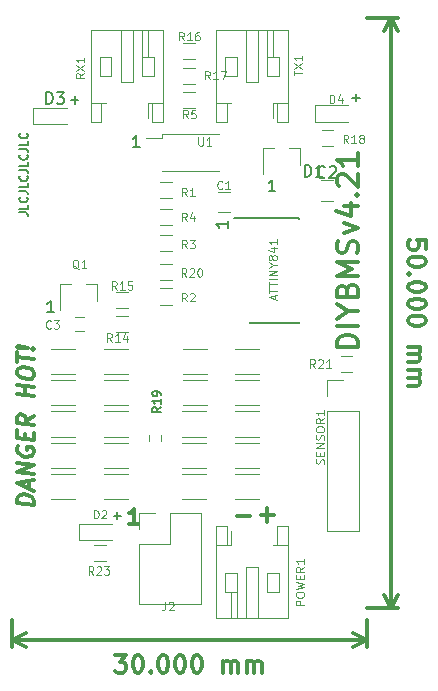
<source format=gbr>
G04 #@! TF.GenerationSoftware,KiCad,Pcbnew,(5.1.5)-3*
G04 #@! TF.CreationDate,2020-12-24T11:10:49+00:00*
G04 #@! TF.ProjectId,ModuleV421,4d6f6475-6c65-4563-9432-312e6b696361,rev?*
G04 #@! TF.SameCoordinates,Original*
G04 #@! TF.FileFunction,Legend,Top*
G04 #@! TF.FilePolarity,Positive*
%FSLAX46Y46*%
G04 Gerber Fmt 4.6, Leading zero omitted, Abs format (unit mm)*
G04 Created by KiCad (PCBNEW (5.1.5)-3) date 2020-12-24 11:10:49*
%MOMM*%
%LPD*%
G04 APERTURE LIST*
%ADD10C,0.200000*%
%ADD11C,0.170000*%
%ADD12C,0.300000*%
%ADD13C,0.380000*%
%ADD14C,0.120000*%
%ADD15C,0.150000*%
%ADD16C,0.100000*%
G04 APERTURE END LIST*
D10*
X110512838Y-89144742D02*
X111122361Y-89144742D01*
X110817600Y-89449504D02*
X110817600Y-88839980D01*
X130712838Y-53744742D02*
X131322361Y-53744742D01*
X131017600Y-54049504D02*
X131017600Y-53439980D01*
X106912838Y-53944742D02*
X107522361Y-53944742D01*
X107217600Y-54249504D02*
X107217600Y-53639980D01*
D11*
X102534266Y-63470933D02*
X103034266Y-63470933D01*
X103134266Y-63504266D01*
X103200933Y-63570933D01*
X103234266Y-63670933D01*
X103234266Y-63737600D01*
X103234266Y-62804266D02*
X103234266Y-63137600D01*
X102534266Y-63137600D01*
X103167600Y-62170933D02*
X103200933Y-62204266D01*
X103234266Y-62304266D01*
X103234266Y-62370933D01*
X103200933Y-62470933D01*
X103134266Y-62537600D01*
X103067600Y-62570933D01*
X102934266Y-62604266D01*
X102834266Y-62604266D01*
X102700933Y-62570933D01*
X102634266Y-62537600D01*
X102567600Y-62470933D01*
X102534266Y-62370933D01*
X102534266Y-62304266D01*
X102567600Y-62204266D01*
X102600933Y-62170933D01*
X102534266Y-61670933D02*
X103034266Y-61670933D01*
X103134266Y-61704266D01*
X103200933Y-61770933D01*
X103234266Y-61870933D01*
X103234266Y-61937600D01*
X103234266Y-61004266D02*
X103234266Y-61337600D01*
X102534266Y-61337600D01*
X103167600Y-60370933D02*
X103200933Y-60404266D01*
X103234266Y-60504266D01*
X103234266Y-60570933D01*
X103200933Y-60670933D01*
X103134266Y-60737600D01*
X103067600Y-60770933D01*
X102934266Y-60804266D01*
X102834266Y-60804266D01*
X102700933Y-60770933D01*
X102634266Y-60737600D01*
X102567600Y-60670933D01*
X102534266Y-60570933D01*
X102534266Y-60504266D01*
X102567600Y-60404266D01*
X102600933Y-60370933D01*
X102534266Y-59870933D02*
X103034266Y-59870933D01*
X103134266Y-59904266D01*
X103200933Y-59970933D01*
X103234266Y-60070933D01*
X103234266Y-60137600D01*
X103234266Y-59204266D02*
X103234266Y-59537600D01*
X102534266Y-59537600D01*
X103167600Y-58570933D02*
X103200933Y-58604266D01*
X103234266Y-58704266D01*
X103234266Y-58770933D01*
X103200933Y-58870933D01*
X103134266Y-58937600D01*
X103067600Y-58970933D01*
X102934266Y-59004266D01*
X102834266Y-59004266D01*
X102700933Y-58970933D01*
X102634266Y-58937600D01*
X102567600Y-58870933D01*
X102534266Y-58770933D01*
X102534266Y-58704266D01*
X102567600Y-58604266D01*
X102600933Y-58570933D01*
X102534266Y-58070933D02*
X103034266Y-58070933D01*
X103134266Y-58104266D01*
X103200933Y-58170933D01*
X103234266Y-58270933D01*
X103234266Y-58337600D01*
X103234266Y-57404266D02*
X103234266Y-57737600D01*
X102534266Y-57737600D01*
X103167600Y-56770933D02*
X103200933Y-56804266D01*
X103234266Y-56904266D01*
X103234266Y-56970933D01*
X103200933Y-57070933D01*
X103134266Y-57137600D01*
X103067600Y-57170933D01*
X102934266Y-57204266D01*
X102834266Y-57204266D01*
X102700933Y-57170933D01*
X102634266Y-57137600D01*
X102567600Y-57070933D01*
X102534266Y-56970933D01*
X102534266Y-56904266D01*
X102567600Y-56804266D01*
X102600933Y-56770933D01*
D10*
X105453314Y-71939980D02*
X104881885Y-71939980D01*
X105167600Y-71939980D02*
X105167600Y-70939980D01*
X105072361Y-71082838D01*
X104977123Y-71178076D01*
X104881885Y-71225695D01*
X124203314Y-61689980D02*
X123631885Y-61689980D01*
X123917600Y-61689980D02*
X123917600Y-60689980D01*
X123822361Y-60832838D01*
X123727123Y-60928076D01*
X123631885Y-60975695D01*
D12*
X122946171Y-89094742D02*
X124089028Y-89094742D01*
X123517600Y-89666171D02*
X123517600Y-88523314D01*
D10*
X112703314Y-57939980D02*
X112131885Y-57939980D01*
X112417600Y-57939980D02*
X112417600Y-56939980D01*
X112322361Y-57082838D01*
X112227123Y-57178076D01*
X112131885Y-57225695D01*
D12*
X103750933Y-88234891D02*
X102350933Y-88059891D01*
X102350933Y-87726558D01*
X102417600Y-87534891D01*
X102550933Y-87418225D01*
X102684266Y-87368225D01*
X102950933Y-87334891D01*
X103150933Y-87359891D01*
X103417600Y-87459891D01*
X103550933Y-87543225D01*
X103684266Y-87693225D01*
X103750933Y-87901558D01*
X103750933Y-88234891D01*
X103350933Y-86851558D02*
X103350933Y-86184891D01*
X103750933Y-87034891D02*
X102350933Y-86393225D01*
X103750933Y-86101558D01*
X103750933Y-85634891D02*
X102350933Y-85459891D01*
X103750933Y-84834891D01*
X102350933Y-84659891D01*
X102417600Y-83268225D02*
X102350933Y-83393225D01*
X102350933Y-83593225D01*
X102417600Y-83801558D01*
X102550933Y-83951558D01*
X102684266Y-84034891D01*
X102950933Y-84134891D01*
X103150933Y-84159891D01*
X103417600Y-84126558D01*
X103550933Y-84076558D01*
X103684266Y-83959891D01*
X103750933Y-83768225D01*
X103750933Y-83634891D01*
X103684266Y-83426558D01*
X103617600Y-83351558D01*
X103150933Y-83293225D01*
X103150933Y-83559891D01*
X103017600Y-82676558D02*
X103017600Y-82209891D01*
X103750933Y-82101558D02*
X103750933Y-82768225D01*
X102350933Y-82593225D01*
X102350933Y-81926558D01*
X103750933Y-80701558D02*
X103084266Y-81084891D01*
X103750933Y-81501558D02*
X102350933Y-81326558D01*
X102350933Y-80793225D01*
X102417600Y-80668225D01*
X102484266Y-80609891D01*
X102617600Y-80559891D01*
X102817600Y-80584891D01*
X102950933Y-80668225D01*
X103017600Y-80743225D01*
X103084266Y-80884891D01*
X103084266Y-81418225D01*
X103750933Y-79034891D02*
X102350933Y-78859891D01*
X103017600Y-78943225D02*
X103017600Y-78143225D01*
X103750933Y-78234891D02*
X102350933Y-78059891D01*
X102350933Y-77126558D02*
X102350933Y-76859891D01*
X102417600Y-76734891D01*
X102550933Y-76618225D01*
X102817600Y-76584891D01*
X103284266Y-76643225D01*
X103550933Y-76743225D01*
X103684266Y-76893225D01*
X103750933Y-77034891D01*
X103750933Y-77301558D01*
X103684266Y-77426558D01*
X103550933Y-77543225D01*
X103284266Y-77576558D01*
X102817600Y-77518225D01*
X102550933Y-77418225D01*
X102417600Y-77268225D01*
X102350933Y-77126558D01*
X102350933Y-76126558D02*
X102350933Y-75326558D01*
X103750933Y-75901558D02*
X102350933Y-75726558D01*
X103617600Y-75018225D02*
X103684266Y-74959891D01*
X103750933Y-75034891D01*
X103684266Y-75093225D01*
X103617600Y-75018225D01*
X103750933Y-75034891D01*
X103217600Y-74968225D02*
X102417600Y-74934891D01*
X102350933Y-74859891D01*
X102417600Y-74801558D01*
X103217600Y-74968225D01*
X102350933Y-74859891D01*
X112589028Y-89875695D02*
X111846171Y-89875695D01*
X112217600Y-89875695D02*
X112217600Y-88575695D01*
X112093790Y-88761409D01*
X111969980Y-88885219D01*
X111846171Y-88947123D01*
D13*
X131231885Y-74848885D02*
X129431885Y-74848885D01*
X129431885Y-74420314D01*
X129517600Y-74163171D01*
X129689028Y-73991742D01*
X129860457Y-73906028D01*
X130203314Y-73820314D01*
X130460457Y-73820314D01*
X130803314Y-73906028D01*
X130974742Y-73991742D01*
X131146171Y-74163171D01*
X131231885Y-74420314D01*
X131231885Y-74848885D01*
X131231885Y-73048885D02*
X129431885Y-73048885D01*
X130374742Y-71848885D02*
X131231885Y-71848885D01*
X129431885Y-72448885D02*
X130374742Y-71848885D01*
X129431885Y-71248885D01*
X130289028Y-70048885D02*
X130374742Y-69791742D01*
X130460457Y-69706028D01*
X130631885Y-69620314D01*
X130889028Y-69620314D01*
X131060457Y-69706028D01*
X131146171Y-69791742D01*
X131231885Y-69963171D01*
X131231885Y-70648885D01*
X129431885Y-70648885D01*
X129431885Y-70048885D01*
X129517600Y-69877457D01*
X129603314Y-69791742D01*
X129774742Y-69706028D01*
X129946171Y-69706028D01*
X130117600Y-69791742D01*
X130203314Y-69877457D01*
X130289028Y-70048885D01*
X130289028Y-70648885D01*
X131231885Y-68848885D02*
X129431885Y-68848885D01*
X130717600Y-68248885D01*
X129431885Y-67648885D01*
X131231885Y-67648885D01*
X131146171Y-66877457D02*
X131231885Y-66620314D01*
X131231885Y-66191742D01*
X131146171Y-66020314D01*
X131060457Y-65934600D01*
X130889028Y-65848885D01*
X130717600Y-65848885D01*
X130546171Y-65934600D01*
X130460457Y-66020314D01*
X130374742Y-66191742D01*
X130289028Y-66534599D01*
X130203314Y-66706028D01*
X130117600Y-66791742D01*
X129946171Y-66877457D01*
X129774742Y-66877457D01*
X129603314Y-66791742D01*
X129517600Y-66706028D01*
X129431885Y-66534599D01*
X129431885Y-66106028D01*
X129517600Y-65848885D01*
X130031885Y-65248885D02*
X131231885Y-64820314D01*
X130031885Y-64391742D01*
X130031885Y-62934600D02*
X131231885Y-62934600D01*
X129346171Y-63363171D02*
X130631885Y-63791742D01*
X130631885Y-62677457D01*
X131060457Y-61991742D02*
X131146171Y-61906028D01*
X131231885Y-61991742D01*
X131146171Y-62077457D01*
X131060457Y-61991742D01*
X131231885Y-61991742D01*
X129603314Y-61220314D02*
X129517600Y-61134600D01*
X129431885Y-60963171D01*
X129431885Y-60534600D01*
X129517600Y-60363171D01*
X129603314Y-60277457D01*
X129774742Y-60191742D01*
X129946171Y-60191742D01*
X130203314Y-60277457D01*
X131231885Y-61306028D01*
X131231885Y-60191742D01*
X131231885Y-58477457D02*
X131231885Y-59506028D01*
X131231885Y-58991742D02*
X129431885Y-58991742D01*
X129689028Y-59163171D01*
X129860457Y-59334600D01*
X129946171Y-59506028D01*
D10*
X120169980Y-64201885D02*
X120169980Y-64773314D01*
X120169980Y-64487600D02*
X119169980Y-64487600D01*
X119312838Y-64582838D01*
X119408076Y-64678076D01*
X119455695Y-64773314D01*
D12*
X122089028Y-89180457D02*
X120946171Y-89180457D01*
X110631885Y-100942571D02*
X111560457Y-100942571D01*
X111060457Y-101514000D01*
X111274742Y-101514000D01*
X111417600Y-101585428D01*
X111489028Y-101656857D01*
X111560457Y-101799714D01*
X111560457Y-102156857D01*
X111489028Y-102299714D01*
X111417600Y-102371142D01*
X111274742Y-102442571D01*
X110846171Y-102442571D01*
X110703314Y-102371142D01*
X110631885Y-102299714D01*
X112489028Y-100942571D02*
X112631885Y-100942571D01*
X112774742Y-101014000D01*
X112846171Y-101085428D01*
X112917600Y-101228285D01*
X112989028Y-101514000D01*
X112989028Y-101871142D01*
X112917600Y-102156857D01*
X112846171Y-102299714D01*
X112774742Y-102371142D01*
X112631885Y-102442571D01*
X112489028Y-102442571D01*
X112346171Y-102371142D01*
X112274742Y-102299714D01*
X112203314Y-102156857D01*
X112131885Y-101871142D01*
X112131885Y-101514000D01*
X112203314Y-101228285D01*
X112274742Y-101085428D01*
X112346171Y-101014000D01*
X112489028Y-100942571D01*
X113631885Y-102299714D02*
X113703314Y-102371142D01*
X113631885Y-102442571D01*
X113560457Y-102371142D01*
X113631885Y-102299714D01*
X113631885Y-102442571D01*
X114631885Y-100942571D02*
X114774742Y-100942571D01*
X114917600Y-101014000D01*
X114989028Y-101085428D01*
X115060457Y-101228285D01*
X115131885Y-101514000D01*
X115131885Y-101871142D01*
X115060457Y-102156857D01*
X114989028Y-102299714D01*
X114917600Y-102371142D01*
X114774742Y-102442571D01*
X114631885Y-102442571D01*
X114489028Y-102371142D01*
X114417600Y-102299714D01*
X114346171Y-102156857D01*
X114274742Y-101871142D01*
X114274742Y-101514000D01*
X114346171Y-101228285D01*
X114417600Y-101085428D01*
X114489028Y-101014000D01*
X114631885Y-100942571D01*
X116060457Y-100942571D02*
X116203314Y-100942571D01*
X116346171Y-101014000D01*
X116417600Y-101085428D01*
X116489028Y-101228285D01*
X116560457Y-101514000D01*
X116560457Y-101871142D01*
X116489028Y-102156857D01*
X116417600Y-102299714D01*
X116346171Y-102371142D01*
X116203314Y-102442571D01*
X116060457Y-102442571D01*
X115917600Y-102371142D01*
X115846171Y-102299714D01*
X115774742Y-102156857D01*
X115703314Y-101871142D01*
X115703314Y-101514000D01*
X115774742Y-101228285D01*
X115846171Y-101085428D01*
X115917600Y-101014000D01*
X116060457Y-100942571D01*
X117489028Y-100942571D02*
X117631885Y-100942571D01*
X117774742Y-101014000D01*
X117846171Y-101085428D01*
X117917600Y-101228285D01*
X117989028Y-101514000D01*
X117989028Y-101871142D01*
X117917600Y-102156857D01*
X117846171Y-102299714D01*
X117774742Y-102371142D01*
X117631885Y-102442571D01*
X117489028Y-102442571D01*
X117346171Y-102371142D01*
X117274742Y-102299714D01*
X117203314Y-102156857D01*
X117131885Y-101871142D01*
X117131885Y-101514000D01*
X117203314Y-101228285D01*
X117274742Y-101085428D01*
X117346171Y-101014000D01*
X117489028Y-100942571D01*
X119774742Y-102442571D02*
X119774742Y-101442571D01*
X119774742Y-101585428D02*
X119846171Y-101514000D01*
X119989028Y-101442571D01*
X120203314Y-101442571D01*
X120346171Y-101514000D01*
X120417600Y-101656857D01*
X120417600Y-102442571D01*
X120417600Y-101656857D02*
X120489028Y-101514000D01*
X120631885Y-101442571D01*
X120846171Y-101442571D01*
X120989028Y-101514000D01*
X121060457Y-101656857D01*
X121060457Y-102442571D01*
X121774742Y-102442571D02*
X121774742Y-101442571D01*
X121774742Y-101585428D02*
X121846171Y-101514000D01*
X121989028Y-101442571D01*
X122203314Y-101442571D01*
X122346171Y-101514000D01*
X122417600Y-101656857D01*
X122417600Y-102442571D01*
X122417600Y-101656857D02*
X122489028Y-101514000D01*
X122631885Y-101442571D01*
X122846171Y-101442571D01*
X122989028Y-101514000D01*
X123060457Y-101656857D01*
X123060457Y-102442571D01*
X101917600Y-99664000D02*
X131917600Y-99664000D01*
X101917600Y-97987600D02*
X101917600Y-100250421D01*
X131917600Y-97987600D02*
X131917600Y-100250421D01*
X131917600Y-99664000D02*
X130791096Y-100250421D01*
X131917600Y-99664000D02*
X130791096Y-99077579D01*
X101917600Y-99664000D02*
X103044104Y-100250421D01*
X101917600Y-99664000D02*
X103044104Y-99077579D01*
X136939028Y-66559028D02*
X136939028Y-65844742D01*
X136224742Y-65773314D01*
X136296171Y-65844742D01*
X136367600Y-65987600D01*
X136367600Y-66344742D01*
X136296171Y-66487600D01*
X136224742Y-66559028D01*
X136081885Y-66630457D01*
X135724742Y-66630457D01*
X135581885Y-66559028D01*
X135510457Y-66487600D01*
X135439028Y-66344742D01*
X135439028Y-65987600D01*
X135510457Y-65844742D01*
X135581885Y-65773314D01*
X136939028Y-67559028D02*
X136939028Y-67701885D01*
X136867600Y-67844742D01*
X136796171Y-67916171D01*
X136653314Y-67987600D01*
X136367600Y-68059028D01*
X136010457Y-68059028D01*
X135724742Y-67987600D01*
X135581885Y-67916171D01*
X135510457Y-67844742D01*
X135439028Y-67701885D01*
X135439028Y-67559028D01*
X135510457Y-67416171D01*
X135581885Y-67344742D01*
X135724742Y-67273314D01*
X136010457Y-67201885D01*
X136367600Y-67201885D01*
X136653314Y-67273314D01*
X136796171Y-67344742D01*
X136867600Y-67416171D01*
X136939028Y-67559028D01*
X135581885Y-68701885D02*
X135510457Y-68773314D01*
X135439028Y-68701885D01*
X135510457Y-68630457D01*
X135581885Y-68701885D01*
X135439028Y-68701885D01*
X136939028Y-69701885D02*
X136939028Y-69844742D01*
X136867600Y-69987600D01*
X136796171Y-70059028D01*
X136653314Y-70130457D01*
X136367600Y-70201885D01*
X136010457Y-70201885D01*
X135724742Y-70130457D01*
X135581885Y-70059028D01*
X135510457Y-69987600D01*
X135439028Y-69844742D01*
X135439028Y-69701885D01*
X135510457Y-69559028D01*
X135581885Y-69487600D01*
X135724742Y-69416171D01*
X136010457Y-69344742D01*
X136367600Y-69344742D01*
X136653314Y-69416171D01*
X136796171Y-69487600D01*
X136867600Y-69559028D01*
X136939028Y-69701885D01*
X136939028Y-71130457D02*
X136939028Y-71273314D01*
X136867600Y-71416171D01*
X136796171Y-71487600D01*
X136653314Y-71559028D01*
X136367600Y-71630457D01*
X136010457Y-71630457D01*
X135724742Y-71559028D01*
X135581885Y-71487600D01*
X135510457Y-71416171D01*
X135439028Y-71273314D01*
X135439028Y-71130457D01*
X135510457Y-70987600D01*
X135581885Y-70916171D01*
X135724742Y-70844742D01*
X136010457Y-70773314D01*
X136367600Y-70773314D01*
X136653314Y-70844742D01*
X136796171Y-70916171D01*
X136867600Y-70987600D01*
X136939028Y-71130457D01*
X136939028Y-72559028D02*
X136939028Y-72701885D01*
X136867600Y-72844742D01*
X136796171Y-72916171D01*
X136653314Y-72987600D01*
X136367600Y-73059028D01*
X136010457Y-73059028D01*
X135724742Y-72987600D01*
X135581885Y-72916171D01*
X135510457Y-72844742D01*
X135439028Y-72701885D01*
X135439028Y-72559028D01*
X135510457Y-72416171D01*
X135581885Y-72344742D01*
X135724742Y-72273314D01*
X136010457Y-72201885D01*
X136367600Y-72201885D01*
X136653314Y-72273314D01*
X136796171Y-72344742D01*
X136867600Y-72416171D01*
X136939028Y-72559028D01*
X135439028Y-74844742D02*
X136439028Y-74844742D01*
X136296171Y-74844742D02*
X136367600Y-74916171D01*
X136439028Y-75059028D01*
X136439028Y-75273314D01*
X136367600Y-75416171D01*
X136224742Y-75487600D01*
X135439028Y-75487600D01*
X136224742Y-75487600D02*
X136367600Y-75559028D01*
X136439028Y-75701885D01*
X136439028Y-75916171D01*
X136367600Y-76059028D01*
X136224742Y-76130457D01*
X135439028Y-76130457D01*
X135439028Y-76844742D02*
X136439028Y-76844742D01*
X136296171Y-76844742D02*
X136367600Y-76916171D01*
X136439028Y-77059028D01*
X136439028Y-77273314D01*
X136367600Y-77416171D01*
X136224742Y-77487600D01*
X135439028Y-77487600D01*
X136224742Y-77487600D02*
X136367600Y-77559028D01*
X136439028Y-77701885D01*
X136439028Y-77916171D01*
X136367600Y-78059028D01*
X136224742Y-78130457D01*
X135439028Y-78130457D01*
X134017600Y-46987600D02*
X134017600Y-96987600D01*
X131917600Y-46987600D02*
X134604021Y-46987600D01*
X131917600Y-96987600D02*
X134604021Y-96987600D01*
X134017600Y-96987600D02*
X133431179Y-95861096D01*
X134017600Y-96987600D02*
X134604021Y-95861096D01*
X134017600Y-46987600D02*
X133431179Y-48114104D01*
X134017600Y-46987600D02*
X134604021Y-48114104D01*
D14*
X129072360Y-60759720D02*
X128072360Y-60759720D01*
X128072360Y-62459720D02*
X129072360Y-62459720D01*
X113487600Y-82337600D02*
X113487600Y-82837600D01*
X114547600Y-82837600D02*
X114547600Y-82337600D01*
X126297600Y-58027600D02*
X125367600Y-58027600D01*
X123137600Y-58027600D02*
X124067600Y-58027600D01*
X123137600Y-58027600D02*
X123137600Y-60187600D01*
X126297600Y-58027600D02*
X126297600Y-59487600D01*
X105217600Y-75017600D02*
X107217600Y-75017600D01*
X107217600Y-77157600D02*
X105217600Y-77157600D01*
X109717600Y-75017600D02*
X111717600Y-75017600D01*
X111717600Y-77157600D02*
X109717600Y-77157600D01*
X116417600Y-75017600D02*
X118417600Y-75017600D01*
X118417600Y-77157600D02*
X116417600Y-77157600D01*
X120817600Y-75017600D02*
X122817600Y-75017600D01*
X122817600Y-77157600D02*
X120817600Y-77157600D01*
X105217600Y-82967600D02*
X107217600Y-82967600D01*
X107217600Y-85107600D02*
X105217600Y-85107600D01*
X105217600Y-85617600D02*
X107217600Y-85617600D01*
X107217600Y-87757600D02*
X105217600Y-87757600D01*
X109717600Y-82967600D02*
X111717600Y-82967600D01*
X111717600Y-85107600D02*
X109717600Y-85107600D01*
X109717600Y-85617600D02*
X111717600Y-85617600D01*
X111717600Y-87757600D02*
X109717600Y-87757600D01*
X116317600Y-82967600D02*
X118317600Y-82967600D01*
X118317600Y-85107600D02*
X116317600Y-85107600D01*
X116317600Y-85617600D02*
X118317600Y-85617600D01*
X118317600Y-87757600D02*
X116317600Y-87757600D01*
X120817600Y-82967600D02*
X122817600Y-82967600D01*
X122817600Y-85107600D02*
X120817600Y-85107600D01*
X120817600Y-85617600D02*
X122817600Y-85617600D01*
X122817600Y-87757600D02*
X120817600Y-87757600D01*
X105217600Y-77667600D02*
X107217600Y-77667600D01*
X107217600Y-79807600D02*
X105217600Y-79807600D01*
X105217600Y-80317600D02*
X107217600Y-80317600D01*
X107217600Y-82457600D02*
X105217600Y-82457600D01*
X109717600Y-77667600D02*
X111717600Y-77667600D01*
X111717600Y-79807600D02*
X109717600Y-79807600D01*
X109717600Y-80317600D02*
X111717600Y-80317600D01*
X111717600Y-82457600D02*
X109717600Y-82457600D01*
X116417600Y-77667600D02*
X118417600Y-77667600D01*
X118417600Y-79807600D02*
X116417600Y-79807600D01*
X116317600Y-80317600D02*
X118317600Y-80317600D01*
X118317600Y-82457600D02*
X116317600Y-82457600D01*
X120817600Y-77667600D02*
X122817600Y-77667600D01*
X122817600Y-79807600D02*
X120817600Y-79807600D01*
X120817600Y-80317600D02*
X122817600Y-80317600D01*
X122817600Y-82457600D02*
X120817600Y-82457600D01*
X107542600Y-89812600D02*
X107542600Y-91212600D01*
X107542600Y-91212600D02*
X110342600Y-91212600D01*
X107542600Y-89812600D02*
X110342600Y-89812600D01*
X120317600Y-61737600D02*
X119317600Y-61737600D01*
X119317600Y-63437600D02*
X120317600Y-63437600D01*
X103717600Y-54587600D02*
X103717600Y-55987600D01*
X103717600Y-55987600D02*
X106517600Y-55987600D01*
X103717600Y-54587600D02*
X106517600Y-54587600D01*
X114617600Y-56797600D02*
X114617600Y-57197600D01*
X114617600Y-57197600D02*
X113217600Y-57197600D01*
X114617600Y-56797600D02*
X119417600Y-56797600D01*
X114617600Y-59997600D02*
X119417600Y-59997600D01*
X127517600Y-54387600D02*
X127517600Y-55787600D01*
X127517600Y-55787600D02*
X130317600Y-55787600D01*
X127517600Y-54387600D02*
X130317600Y-54387600D01*
X122717600Y-48037600D02*
X122717600Y-52387600D01*
X122717600Y-52387600D02*
X121717600Y-52387600D01*
X121717600Y-52387600D02*
X121717600Y-48037600D01*
X124017600Y-54237600D02*
X124367600Y-54237600D01*
X124367600Y-54237600D02*
X124367600Y-55837600D01*
X124367600Y-55837600D02*
X125267600Y-55837600D01*
X125267600Y-55837600D02*
X125267600Y-48037600D01*
X125267600Y-48037600D02*
X119167600Y-48037600D01*
X119167600Y-48037600D02*
X119167600Y-55837600D01*
X119167600Y-55837600D02*
X120067600Y-55837600D01*
X120067600Y-55837600D02*
X120067600Y-54237600D01*
X120067600Y-54237600D02*
X120417600Y-54237600D01*
X125267600Y-54237600D02*
X124367600Y-54237600D01*
X119167600Y-54237600D02*
X120067600Y-54237600D01*
X124517600Y-51887600D02*
X124517600Y-50287600D01*
X124517600Y-50287600D02*
X123517600Y-50287600D01*
X123517600Y-50287600D02*
X123517600Y-51887600D01*
X123517600Y-51887600D02*
X124517600Y-51887600D01*
X119917600Y-51887600D02*
X119917600Y-50287600D01*
X119917600Y-50287600D02*
X120917600Y-50287600D01*
X120917600Y-50287600D02*
X120917600Y-51887600D01*
X120917600Y-51887600D02*
X119917600Y-51887600D01*
X123517600Y-50287600D02*
X123517600Y-48037600D01*
X124017600Y-50287600D02*
X124017600Y-48037600D01*
X124017600Y-54237600D02*
X124017600Y-55437600D01*
X108842600Y-91632600D02*
X109842600Y-91632600D01*
X109842600Y-92992600D02*
X108842600Y-92992600D01*
X129717600Y-75607600D02*
X130717600Y-75607600D01*
X130717600Y-76967600D02*
X129717600Y-76967600D01*
X115417600Y-69167600D02*
X114417600Y-69167600D01*
X114417600Y-67807600D02*
X115417600Y-67807600D01*
X128117600Y-56507600D02*
X129117600Y-56507600D01*
X129117600Y-57867600D02*
X128117600Y-57867600D01*
X117417600Y-52567600D02*
X116417600Y-52567600D01*
X116417600Y-51207600D02*
X117417600Y-51207600D01*
X117417600Y-50467600D02*
X116417600Y-50467600D01*
X116417600Y-49107600D02*
X117417600Y-49107600D01*
X111717600Y-71567600D02*
X110717600Y-71567600D01*
X110717600Y-70207600D02*
X111717600Y-70207600D01*
X111717600Y-73567600D02*
X110717600Y-73567600D01*
X110717600Y-72207600D02*
X111717600Y-72207600D01*
X117417600Y-54667600D02*
X116417600Y-54667600D01*
X116417600Y-53307600D02*
X117417600Y-53307600D01*
X115417600Y-64517600D02*
X114417600Y-64517600D01*
X114417600Y-63157600D02*
X115417600Y-63157600D01*
X115417600Y-66767600D02*
X114417600Y-66767600D01*
X114417600Y-65407600D02*
X115417600Y-65407600D01*
X115417600Y-71267600D02*
X114417600Y-71267600D01*
X114417600Y-69907600D02*
X115417600Y-69907600D01*
X115417600Y-62267600D02*
X114417600Y-62267600D01*
X114417600Y-60907600D02*
X115417600Y-60907600D01*
X107967600Y-73487600D02*
X107267600Y-73487600D01*
X107267600Y-72287600D02*
X107967600Y-72287600D01*
X128587600Y-90477600D02*
X131247600Y-90477600D01*
X128587600Y-80257600D02*
X128587600Y-90477600D01*
X131247600Y-80257600D02*
X131247600Y-90477600D01*
X128587600Y-80257600D02*
X131247600Y-80257600D01*
X128587600Y-78987600D02*
X128587600Y-77657600D01*
X128587600Y-77657600D02*
X129917600Y-77657600D01*
X112687600Y-96647600D02*
X117887600Y-96647600D01*
X112687600Y-91507600D02*
X112687600Y-96647600D01*
X117887600Y-88907600D02*
X117887600Y-96647600D01*
X112687600Y-91507600D02*
X115287600Y-91507600D01*
X115287600Y-91507600D02*
X115287600Y-88907600D01*
X115287600Y-88907600D02*
X117887600Y-88907600D01*
X112687600Y-90237600D02*
X112687600Y-88907600D01*
X112687600Y-88907600D02*
X114017600Y-88907600D01*
X121717600Y-97837600D02*
X121717600Y-93487600D01*
X121717600Y-93487600D02*
X122717600Y-93487600D01*
X122717600Y-93487600D02*
X122717600Y-97837600D01*
X120417600Y-91637600D02*
X120067600Y-91637600D01*
X120067600Y-91637600D02*
X120067600Y-90037600D01*
X120067600Y-90037600D02*
X119167600Y-90037600D01*
X119167600Y-90037600D02*
X119167600Y-97837600D01*
X119167600Y-97837600D02*
X125267600Y-97837600D01*
X125267600Y-97837600D02*
X125267600Y-90037600D01*
X125267600Y-90037600D02*
X124367600Y-90037600D01*
X124367600Y-90037600D02*
X124367600Y-91637600D01*
X124367600Y-91637600D02*
X124017600Y-91637600D01*
X119167600Y-91637600D02*
X120067600Y-91637600D01*
X125267600Y-91637600D02*
X124367600Y-91637600D01*
X119917600Y-93987600D02*
X119917600Y-95587600D01*
X119917600Y-95587600D02*
X120917600Y-95587600D01*
X120917600Y-95587600D02*
X120917600Y-93987600D01*
X120917600Y-93987600D02*
X119917600Y-93987600D01*
X124517600Y-93987600D02*
X124517600Y-95587600D01*
X124517600Y-95587600D02*
X123517600Y-95587600D01*
X123517600Y-95587600D02*
X123517600Y-93987600D01*
X123517600Y-93987600D02*
X124517600Y-93987600D01*
X120917600Y-95587600D02*
X120917600Y-97837600D01*
X120417600Y-95587600D02*
X120417600Y-97837600D01*
X120417600Y-91637600D02*
X120417600Y-90437600D01*
D15*
X122042600Y-63937600D02*
X122042600Y-63962600D01*
X126192600Y-63937600D02*
X126192600Y-64052600D01*
X126192600Y-72837600D02*
X126192600Y-72722600D01*
X122042600Y-72837600D02*
X122042600Y-72722600D01*
X122042600Y-63937600D02*
X126192600Y-63937600D01*
X122042600Y-72837600D02*
X126192600Y-72837600D01*
X122042600Y-63962600D02*
X120667600Y-63962600D01*
D14*
X112117600Y-48037600D02*
X112117600Y-52387600D01*
X112117600Y-52387600D02*
X111117600Y-52387600D01*
X111117600Y-52387600D02*
X111117600Y-48037600D01*
X113417600Y-54237600D02*
X113767600Y-54237600D01*
X113767600Y-54237600D02*
X113767600Y-55837600D01*
X113767600Y-55837600D02*
X114667600Y-55837600D01*
X114667600Y-55837600D02*
X114667600Y-48037600D01*
X114667600Y-48037600D02*
X108567600Y-48037600D01*
X108567600Y-48037600D02*
X108567600Y-55837600D01*
X108567600Y-55837600D02*
X109467600Y-55837600D01*
X109467600Y-55837600D02*
X109467600Y-54237600D01*
X109467600Y-54237600D02*
X109817600Y-54237600D01*
X114667600Y-54237600D02*
X113767600Y-54237600D01*
X108567600Y-54237600D02*
X109467600Y-54237600D01*
X113917600Y-51887600D02*
X113917600Y-50287600D01*
X113917600Y-50287600D02*
X112917600Y-50287600D01*
X112917600Y-50287600D02*
X112917600Y-51887600D01*
X112917600Y-51887600D02*
X113917600Y-51887600D01*
X109317600Y-51887600D02*
X109317600Y-50287600D01*
X109317600Y-50287600D02*
X110317600Y-50287600D01*
X110317600Y-50287600D02*
X110317600Y-51887600D01*
X110317600Y-51887600D02*
X109317600Y-51887600D01*
X112917600Y-50287600D02*
X112917600Y-48037600D01*
X113417600Y-50287600D02*
X113417600Y-48037600D01*
X113417600Y-54237600D02*
X113417600Y-55437600D01*
X109097600Y-69527600D02*
X108167600Y-69527600D01*
X105937600Y-69527600D02*
X106867600Y-69527600D01*
X105937600Y-69527600D02*
X105937600Y-71687600D01*
X109097600Y-69527600D02*
X109097600Y-70987600D01*
D15*
X128405693Y-60466862D02*
X128358074Y-60514481D01*
X128215217Y-60562100D01*
X128119979Y-60562100D01*
X127977121Y-60514481D01*
X127881883Y-60419243D01*
X127834264Y-60324005D01*
X127786645Y-60133529D01*
X127786645Y-59990672D01*
X127834264Y-59800196D01*
X127881883Y-59704958D01*
X127977121Y-59609720D01*
X128119979Y-59562100D01*
X128215217Y-59562100D01*
X128358074Y-59609720D01*
X128405693Y-59657339D01*
X128786645Y-59657339D02*
X128834264Y-59609720D01*
X128929502Y-59562100D01*
X129167598Y-59562100D01*
X129262836Y-59609720D01*
X129310455Y-59657339D01*
X129358074Y-59752577D01*
X129358074Y-59847815D01*
X129310455Y-59990672D01*
X128739026Y-60562100D01*
X129358074Y-60562100D01*
X114484266Y-79937600D02*
X114150933Y-80170933D01*
X114484266Y-80337600D02*
X113784266Y-80337600D01*
X113784266Y-80070933D01*
X113817600Y-80004266D01*
X113850933Y-79970933D01*
X113917600Y-79937600D01*
X114017600Y-79937600D01*
X114084266Y-79970933D01*
X114117600Y-80004266D01*
X114150933Y-80070933D01*
X114150933Y-80337600D01*
X114484266Y-79270933D02*
X114484266Y-79670933D01*
X114484266Y-79470933D02*
X113784266Y-79470933D01*
X113884266Y-79537600D01*
X113950933Y-79604266D01*
X113984266Y-79670933D01*
X114484266Y-78937600D02*
X114484266Y-78804266D01*
X114450933Y-78737600D01*
X114417600Y-78704266D01*
X114317600Y-78637600D01*
X114184266Y-78604266D01*
X113917600Y-78604266D01*
X113850933Y-78637600D01*
X113817600Y-78670933D01*
X113784266Y-78737600D01*
X113784266Y-78870933D01*
X113817600Y-78937600D01*
X113850933Y-78970933D01*
X113917600Y-79004266D01*
X114084266Y-79004266D01*
X114150933Y-78970933D01*
X114184266Y-78937600D01*
X114217600Y-78870933D01*
X114217600Y-78737600D01*
X114184266Y-78670933D01*
X114150933Y-78637600D01*
X114084266Y-78604266D01*
X126679504Y-60439980D02*
X126679504Y-59439980D01*
X126917600Y-59439980D01*
X127060457Y-59487600D01*
X127155695Y-59582838D01*
X127203314Y-59678076D01*
X127250933Y-59868552D01*
X127250933Y-60011409D01*
X127203314Y-60201885D01*
X127155695Y-60297123D01*
X127060457Y-60392361D01*
X126917600Y-60439980D01*
X126679504Y-60439980D01*
X128203314Y-60439980D02*
X127631885Y-60439980D01*
X127917600Y-60439980D02*
X127917600Y-59439980D01*
X127822361Y-59582838D01*
X127727123Y-59678076D01*
X127631885Y-59725695D01*
D16*
X108825933Y-89379266D02*
X108825933Y-88679266D01*
X108992600Y-88679266D01*
X109092600Y-88712600D01*
X109159266Y-88779266D01*
X109192600Y-88845933D01*
X109225933Y-88979266D01*
X109225933Y-89079266D01*
X109192600Y-89212600D01*
X109159266Y-89279266D01*
X109092600Y-89345933D01*
X108992600Y-89379266D01*
X108825933Y-89379266D01*
X109492600Y-88745933D02*
X109525933Y-88712600D01*
X109592600Y-88679266D01*
X109759266Y-88679266D01*
X109825933Y-88712600D01*
X109859266Y-88745933D01*
X109892600Y-88812600D01*
X109892600Y-88879266D01*
X109859266Y-88979266D01*
X109459266Y-89379266D01*
X109892600Y-89379266D01*
X119700933Y-61437600D02*
X119667600Y-61470933D01*
X119567600Y-61504266D01*
X119500933Y-61504266D01*
X119400933Y-61470933D01*
X119334266Y-61404266D01*
X119300933Y-61337600D01*
X119267600Y-61204266D01*
X119267600Y-61104266D01*
X119300933Y-60970933D01*
X119334266Y-60904266D01*
X119400933Y-60837600D01*
X119500933Y-60804266D01*
X119567600Y-60804266D01*
X119667600Y-60837600D01*
X119700933Y-60870933D01*
X120367600Y-61504266D02*
X119967600Y-61504266D01*
X120167600Y-61504266D02*
X120167600Y-60804266D01*
X120100933Y-60904266D01*
X120034266Y-60970933D01*
X119967600Y-61004266D01*
D15*
X104779504Y-54289980D02*
X104779504Y-53289980D01*
X105017600Y-53289980D01*
X105160457Y-53337600D01*
X105255695Y-53432838D01*
X105303314Y-53528076D01*
X105350933Y-53718552D01*
X105350933Y-53861409D01*
X105303314Y-54051885D01*
X105255695Y-54147123D01*
X105160457Y-54242361D01*
X105017600Y-54289980D01*
X104779504Y-54289980D01*
X105684266Y-53289980D02*
X106303314Y-53289980D01*
X105969980Y-53670933D01*
X106112838Y-53670933D01*
X106208076Y-53718552D01*
X106255695Y-53766171D01*
X106303314Y-53861409D01*
X106303314Y-54099504D01*
X106255695Y-54194742D01*
X106208076Y-54242361D01*
X106112838Y-54289980D01*
X105827123Y-54289980D01*
X105731885Y-54242361D01*
X105684266Y-54194742D01*
D16*
X117684266Y-57104266D02*
X117684266Y-57670933D01*
X117717600Y-57737600D01*
X117750933Y-57770933D01*
X117817600Y-57804266D01*
X117950933Y-57804266D01*
X118017600Y-57770933D01*
X118050933Y-57737600D01*
X118084266Y-57670933D01*
X118084266Y-57104266D01*
X118784266Y-57804266D02*
X118384266Y-57804266D01*
X118584266Y-57804266D02*
X118584266Y-57104266D01*
X118517600Y-57204266D01*
X118450933Y-57270933D01*
X118384266Y-57304266D01*
X128800933Y-54204266D02*
X128800933Y-53504266D01*
X128967600Y-53504266D01*
X129067600Y-53537600D01*
X129134266Y-53604266D01*
X129167600Y-53670933D01*
X129200933Y-53804266D01*
X129200933Y-53904266D01*
X129167600Y-54037600D01*
X129134266Y-54104266D01*
X129067600Y-54170933D01*
X128967600Y-54204266D01*
X128800933Y-54204266D01*
X129800933Y-53737600D02*
X129800933Y-54204266D01*
X129634266Y-53470933D02*
X129467600Y-53970933D01*
X129900933Y-53970933D01*
X125784266Y-51854266D02*
X125784266Y-51454266D01*
X126484266Y-51654266D02*
X125784266Y-51654266D01*
X125784266Y-51287600D02*
X126484266Y-50820933D01*
X125784266Y-50820933D02*
X126484266Y-51287600D01*
X126484266Y-50187600D02*
X126484266Y-50587600D01*
X126484266Y-50387600D02*
X125784266Y-50387600D01*
X125884266Y-50454266D01*
X125950933Y-50520933D01*
X125984266Y-50587600D01*
X108792600Y-94129266D02*
X108559266Y-93795933D01*
X108392600Y-94129266D02*
X108392600Y-93429266D01*
X108659266Y-93429266D01*
X108725933Y-93462600D01*
X108759266Y-93495933D01*
X108792600Y-93562600D01*
X108792600Y-93662600D01*
X108759266Y-93729266D01*
X108725933Y-93762600D01*
X108659266Y-93795933D01*
X108392600Y-93795933D01*
X109059266Y-93495933D02*
X109092600Y-93462600D01*
X109159266Y-93429266D01*
X109325933Y-93429266D01*
X109392600Y-93462600D01*
X109425933Y-93495933D01*
X109459266Y-93562600D01*
X109459266Y-93629266D01*
X109425933Y-93729266D01*
X109025933Y-94129266D01*
X109459266Y-94129266D01*
X109692600Y-93429266D02*
X110125933Y-93429266D01*
X109892600Y-93695933D01*
X109992600Y-93695933D01*
X110059266Y-93729266D01*
X110092600Y-93762600D01*
X110125933Y-93829266D01*
X110125933Y-93995933D01*
X110092600Y-94062600D01*
X110059266Y-94095933D01*
X109992600Y-94129266D01*
X109792600Y-94129266D01*
X109725933Y-94095933D01*
X109692600Y-94062600D01*
X127567600Y-76604266D02*
X127334266Y-76270933D01*
X127167600Y-76604266D02*
X127167600Y-75904266D01*
X127434266Y-75904266D01*
X127500933Y-75937600D01*
X127534266Y-75970933D01*
X127567600Y-76037600D01*
X127567600Y-76137600D01*
X127534266Y-76204266D01*
X127500933Y-76237600D01*
X127434266Y-76270933D01*
X127167600Y-76270933D01*
X127834266Y-75970933D02*
X127867600Y-75937600D01*
X127934266Y-75904266D01*
X128100933Y-75904266D01*
X128167600Y-75937600D01*
X128200933Y-75970933D01*
X128234266Y-76037600D01*
X128234266Y-76104266D01*
X128200933Y-76204266D01*
X127800933Y-76604266D01*
X128234266Y-76604266D01*
X128900933Y-76604266D02*
X128500933Y-76604266D01*
X128700933Y-76604266D02*
X128700933Y-75904266D01*
X128634266Y-76004266D01*
X128567600Y-76070933D01*
X128500933Y-76104266D01*
X116667600Y-68904266D02*
X116434266Y-68570933D01*
X116267600Y-68904266D02*
X116267600Y-68204266D01*
X116534266Y-68204266D01*
X116600933Y-68237600D01*
X116634266Y-68270933D01*
X116667600Y-68337600D01*
X116667600Y-68437600D01*
X116634266Y-68504266D01*
X116600933Y-68537600D01*
X116534266Y-68570933D01*
X116267600Y-68570933D01*
X116934266Y-68270933D02*
X116967600Y-68237600D01*
X117034266Y-68204266D01*
X117200933Y-68204266D01*
X117267600Y-68237600D01*
X117300933Y-68270933D01*
X117334266Y-68337600D01*
X117334266Y-68404266D01*
X117300933Y-68504266D01*
X116900933Y-68904266D01*
X117334266Y-68904266D01*
X117767600Y-68204266D02*
X117834266Y-68204266D01*
X117900933Y-68237600D01*
X117934266Y-68270933D01*
X117967600Y-68337600D01*
X118000933Y-68470933D01*
X118000933Y-68637600D01*
X117967600Y-68770933D01*
X117934266Y-68837600D01*
X117900933Y-68870933D01*
X117834266Y-68904266D01*
X117767600Y-68904266D01*
X117700933Y-68870933D01*
X117667600Y-68837600D01*
X117634266Y-68770933D01*
X117600933Y-68637600D01*
X117600933Y-68470933D01*
X117634266Y-68337600D01*
X117667600Y-68270933D01*
X117700933Y-68237600D01*
X117767600Y-68204266D01*
X130367600Y-57604266D02*
X130134266Y-57270933D01*
X129967600Y-57604266D02*
X129967600Y-56904266D01*
X130234266Y-56904266D01*
X130300933Y-56937600D01*
X130334266Y-56970933D01*
X130367600Y-57037600D01*
X130367600Y-57137600D01*
X130334266Y-57204266D01*
X130300933Y-57237600D01*
X130234266Y-57270933D01*
X129967600Y-57270933D01*
X131034266Y-57604266D02*
X130634266Y-57604266D01*
X130834266Y-57604266D02*
X130834266Y-56904266D01*
X130767600Y-57004266D01*
X130700933Y-57070933D01*
X130634266Y-57104266D01*
X131434266Y-57204266D02*
X131367600Y-57170933D01*
X131334266Y-57137600D01*
X131300933Y-57070933D01*
X131300933Y-57037600D01*
X131334266Y-56970933D01*
X131367600Y-56937600D01*
X131434266Y-56904266D01*
X131567600Y-56904266D01*
X131634266Y-56937600D01*
X131667600Y-56970933D01*
X131700933Y-57037600D01*
X131700933Y-57070933D01*
X131667600Y-57137600D01*
X131634266Y-57170933D01*
X131567600Y-57204266D01*
X131434266Y-57204266D01*
X131367600Y-57237600D01*
X131334266Y-57270933D01*
X131300933Y-57337600D01*
X131300933Y-57470933D01*
X131334266Y-57537600D01*
X131367600Y-57570933D01*
X131434266Y-57604266D01*
X131567600Y-57604266D01*
X131634266Y-57570933D01*
X131667600Y-57537600D01*
X131700933Y-57470933D01*
X131700933Y-57337600D01*
X131667600Y-57270933D01*
X131634266Y-57237600D01*
X131567600Y-57204266D01*
X118667600Y-52204266D02*
X118434266Y-51870933D01*
X118267600Y-52204266D02*
X118267600Y-51504266D01*
X118534266Y-51504266D01*
X118600933Y-51537600D01*
X118634266Y-51570933D01*
X118667600Y-51637600D01*
X118667600Y-51737600D01*
X118634266Y-51804266D01*
X118600933Y-51837600D01*
X118534266Y-51870933D01*
X118267600Y-51870933D01*
X119334266Y-52204266D02*
X118934266Y-52204266D01*
X119134266Y-52204266D02*
X119134266Y-51504266D01*
X119067600Y-51604266D01*
X119000933Y-51670933D01*
X118934266Y-51704266D01*
X119567600Y-51504266D02*
X120034266Y-51504266D01*
X119734266Y-52204266D01*
X116467600Y-48904266D02*
X116234266Y-48570933D01*
X116067600Y-48904266D02*
X116067600Y-48204266D01*
X116334266Y-48204266D01*
X116400933Y-48237600D01*
X116434266Y-48270933D01*
X116467600Y-48337600D01*
X116467600Y-48437600D01*
X116434266Y-48504266D01*
X116400933Y-48537600D01*
X116334266Y-48570933D01*
X116067600Y-48570933D01*
X117134266Y-48904266D02*
X116734266Y-48904266D01*
X116934266Y-48904266D02*
X116934266Y-48204266D01*
X116867600Y-48304266D01*
X116800933Y-48370933D01*
X116734266Y-48404266D01*
X117734266Y-48204266D02*
X117600933Y-48204266D01*
X117534266Y-48237600D01*
X117500933Y-48270933D01*
X117434266Y-48370933D01*
X117400933Y-48504266D01*
X117400933Y-48770933D01*
X117434266Y-48837600D01*
X117467600Y-48870933D01*
X117534266Y-48904266D01*
X117667600Y-48904266D01*
X117734266Y-48870933D01*
X117767600Y-48837600D01*
X117800933Y-48770933D01*
X117800933Y-48604266D01*
X117767600Y-48537600D01*
X117734266Y-48504266D01*
X117667600Y-48470933D01*
X117534266Y-48470933D01*
X117467600Y-48504266D01*
X117434266Y-48537600D01*
X117400933Y-48604266D01*
X110767600Y-70004266D02*
X110534266Y-69670933D01*
X110367600Y-70004266D02*
X110367600Y-69304266D01*
X110634266Y-69304266D01*
X110700933Y-69337600D01*
X110734266Y-69370933D01*
X110767600Y-69437600D01*
X110767600Y-69537600D01*
X110734266Y-69604266D01*
X110700933Y-69637600D01*
X110634266Y-69670933D01*
X110367600Y-69670933D01*
X111434266Y-70004266D02*
X111034266Y-70004266D01*
X111234266Y-70004266D02*
X111234266Y-69304266D01*
X111167600Y-69404266D01*
X111100933Y-69470933D01*
X111034266Y-69504266D01*
X112067600Y-69304266D02*
X111734266Y-69304266D01*
X111700933Y-69637600D01*
X111734266Y-69604266D01*
X111800933Y-69570933D01*
X111967600Y-69570933D01*
X112034266Y-69604266D01*
X112067600Y-69637600D01*
X112100933Y-69704266D01*
X112100933Y-69870933D01*
X112067600Y-69937600D01*
X112034266Y-69970933D01*
X111967600Y-70004266D01*
X111800933Y-70004266D01*
X111734266Y-69970933D01*
X111700933Y-69937600D01*
X110367600Y-74404266D02*
X110134266Y-74070933D01*
X109967600Y-74404266D02*
X109967600Y-73704266D01*
X110234266Y-73704266D01*
X110300933Y-73737600D01*
X110334266Y-73770933D01*
X110367600Y-73837600D01*
X110367600Y-73937600D01*
X110334266Y-74004266D01*
X110300933Y-74037600D01*
X110234266Y-74070933D01*
X109967600Y-74070933D01*
X111034266Y-74404266D02*
X110634266Y-74404266D01*
X110834266Y-74404266D02*
X110834266Y-73704266D01*
X110767600Y-73804266D01*
X110700933Y-73870933D01*
X110634266Y-73904266D01*
X111634266Y-73937600D02*
X111634266Y-74404266D01*
X111467600Y-73670933D02*
X111300933Y-74170933D01*
X111734266Y-74170933D01*
X116800933Y-55504266D02*
X116567600Y-55170933D01*
X116400933Y-55504266D02*
X116400933Y-54804266D01*
X116667600Y-54804266D01*
X116734266Y-54837600D01*
X116767600Y-54870933D01*
X116800933Y-54937600D01*
X116800933Y-55037600D01*
X116767600Y-55104266D01*
X116734266Y-55137600D01*
X116667600Y-55170933D01*
X116400933Y-55170933D01*
X117434266Y-54804266D02*
X117100933Y-54804266D01*
X117067600Y-55137600D01*
X117100933Y-55104266D01*
X117167600Y-55070933D01*
X117334266Y-55070933D01*
X117400933Y-55104266D01*
X117434266Y-55137600D01*
X117467600Y-55204266D01*
X117467600Y-55370933D01*
X117434266Y-55437600D01*
X117400933Y-55470933D01*
X117334266Y-55504266D01*
X117167600Y-55504266D01*
X117100933Y-55470933D01*
X117067600Y-55437600D01*
X116700933Y-64204266D02*
X116467600Y-63870933D01*
X116300933Y-64204266D02*
X116300933Y-63504266D01*
X116567600Y-63504266D01*
X116634266Y-63537600D01*
X116667600Y-63570933D01*
X116700933Y-63637600D01*
X116700933Y-63737600D01*
X116667600Y-63804266D01*
X116634266Y-63837600D01*
X116567600Y-63870933D01*
X116300933Y-63870933D01*
X117300933Y-63737600D02*
X117300933Y-64204266D01*
X117134266Y-63470933D02*
X116967600Y-63970933D01*
X117400933Y-63970933D01*
X116700933Y-66504266D02*
X116467600Y-66170933D01*
X116300933Y-66504266D02*
X116300933Y-65804266D01*
X116567600Y-65804266D01*
X116634266Y-65837600D01*
X116667600Y-65870933D01*
X116700933Y-65937600D01*
X116700933Y-66037600D01*
X116667600Y-66104266D01*
X116634266Y-66137600D01*
X116567600Y-66170933D01*
X116300933Y-66170933D01*
X116934266Y-65804266D02*
X117367600Y-65804266D01*
X117134266Y-66070933D01*
X117234266Y-66070933D01*
X117300933Y-66104266D01*
X117334266Y-66137600D01*
X117367600Y-66204266D01*
X117367600Y-66370933D01*
X117334266Y-66437600D01*
X117300933Y-66470933D01*
X117234266Y-66504266D01*
X117034266Y-66504266D01*
X116967600Y-66470933D01*
X116934266Y-66437600D01*
X116700933Y-71004266D02*
X116467600Y-70670933D01*
X116300933Y-71004266D02*
X116300933Y-70304266D01*
X116567600Y-70304266D01*
X116634266Y-70337600D01*
X116667600Y-70370933D01*
X116700933Y-70437600D01*
X116700933Y-70537600D01*
X116667600Y-70604266D01*
X116634266Y-70637600D01*
X116567600Y-70670933D01*
X116300933Y-70670933D01*
X116967600Y-70370933D02*
X117000933Y-70337600D01*
X117067600Y-70304266D01*
X117234266Y-70304266D01*
X117300933Y-70337600D01*
X117334266Y-70370933D01*
X117367600Y-70437600D01*
X117367600Y-70504266D01*
X117334266Y-70604266D01*
X116934266Y-71004266D01*
X117367600Y-71004266D01*
X116700933Y-62104266D02*
X116467600Y-61770933D01*
X116300933Y-62104266D02*
X116300933Y-61404266D01*
X116567600Y-61404266D01*
X116634266Y-61437600D01*
X116667600Y-61470933D01*
X116700933Y-61537600D01*
X116700933Y-61637600D01*
X116667600Y-61704266D01*
X116634266Y-61737600D01*
X116567600Y-61770933D01*
X116300933Y-61770933D01*
X117367600Y-62104266D02*
X116967600Y-62104266D01*
X117167600Y-62104266D02*
X117167600Y-61404266D01*
X117100933Y-61504266D01*
X117034266Y-61570933D01*
X116967600Y-61604266D01*
X105200933Y-73237600D02*
X105167600Y-73270933D01*
X105067600Y-73304266D01*
X105000933Y-73304266D01*
X104900933Y-73270933D01*
X104834266Y-73204266D01*
X104800933Y-73137600D01*
X104767600Y-73004266D01*
X104767600Y-72904266D01*
X104800933Y-72770933D01*
X104834266Y-72704266D01*
X104900933Y-72637600D01*
X105000933Y-72604266D01*
X105067600Y-72604266D01*
X105167600Y-72637600D01*
X105200933Y-72670933D01*
X105434266Y-72604266D02*
X105867600Y-72604266D01*
X105634266Y-72870933D01*
X105734266Y-72870933D01*
X105800933Y-72904266D01*
X105834266Y-72937600D01*
X105867600Y-73004266D01*
X105867600Y-73170933D01*
X105834266Y-73237600D01*
X105800933Y-73270933D01*
X105734266Y-73304266D01*
X105534266Y-73304266D01*
X105467600Y-73270933D01*
X105434266Y-73237600D01*
X128300933Y-84754266D02*
X128334266Y-84654266D01*
X128334266Y-84487600D01*
X128300933Y-84420933D01*
X128267600Y-84387600D01*
X128200933Y-84354266D01*
X128134266Y-84354266D01*
X128067600Y-84387600D01*
X128034266Y-84420933D01*
X128000933Y-84487600D01*
X127967600Y-84620933D01*
X127934266Y-84687600D01*
X127900933Y-84720933D01*
X127834266Y-84754266D01*
X127767600Y-84754266D01*
X127700933Y-84720933D01*
X127667600Y-84687600D01*
X127634266Y-84620933D01*
X127634266Y-84454266D01*
X127667600Y-84354266D01*
X127967600Y-84054266D02*
X127967600Y-83820933D01*
X128334266Y-83720933D02*
X128334266Y-84054266D01*
X127634266Y-84054266D01*
X127634266Y-83720933D01*
X128334266Y-83420933D02*
X127634266Y-83420933D01*
X128334266Y-83020933D01*
X127634266Y-83020933D01*
X128300933Y-82720933D02*
X128334266Y-82620933D01*
X128334266Y-82454266D01*
X128300933Y-82387600D01*
X128267600Y-82354266D01*
X128200933Y-82320933D01*
X128134266Y-82320933D01*
X128067600Y-82354266D01*
X128034266Y-82387600D01*
X128000933Y-82454266D01*
X127967600Y-82587600D01*
X127934266Y-82654266D01*
X127900933Y-82687600D01*
X127834266Y-82720933D01*
X127767600Y-82720933D01*
X127700933Y-82687600D01*
X127667600Y-82654266D01*
X127634266Y-82587600D01*
X127634266Y-82420933D01*
X127667600Y-82320933D01*
X127634266Y-81887600D02*
X127634266Y-81754266D01*
X127667600Y-81687600D01*
X127734266Y-81620933D01*
X127867600Y-81587600D01*
X128100933Y-81587600D01*
X128234266Y-81620933D01*
X128300933Y-81687600D01*
X128334266Y-81754266D01*
X128334266Y-81887600D01*
X128300933Y-81954266D01*
X128234266Y-82020933D01*
X128100933Y-82054266D01*
X127867600Y-82054266D01*
X127734266Y-82020933D01*
X127667600Y-81954266D01*
X127634266Y-81887600D01*
X128334266Y-80887600D02*
X128000933Y-81120933D01*
X128334266Y-81287600D02*
X127634266Y-81287600D01*
X127634266Y-81020933D01*
X127667600Y-80954266D01*
X127700933Y-80920933D01*
X127767600Y-80887600D01*
X127867600Y-80887600D01*
X127934266Y-80920933D01*
X127967600Y-80954266D01*
X128000933Y-81020933D01*
X128000933Y-81287600D01*
X128334266Y-80220933D02*
X128334266Y-80620933D01*
X128334266Y-80420933D02*
X127634266Y-80420933D01*
X127734266Y-80487600D01*
X127800933Y-80554266D01*
X127834266Y-80620933D01*
X114884266Y-96454266D02*
X114884266Y-96954266D01*
X114850933Y-97054266D01*
X114784266Y-97120933D01*
X114684266Y-97154266D01*
X114617600Y-97154266D01*
X115184266Y-96520933D02*
X115217600Y-96487600D01*
X115284266Y-96454266D01*
X115450933Y-96454266D01*
X115517600Y-96487600D01*
X115550933Y-96520933D01*
X115584266Y-96587600D01*
X115584266Y-96654266D01*
X115550933Y-96754266D01*
X115150933Y-97154266D01*
X115584266Y-97154266D01*
X126634266Y-96737600D02*
X125934266Y-96737600D01*
X125934266Y-96470933D01*
X125967600Y-96404266D01*
X126000933Y-96370933D01*
X126067600Y-96337600D01*
X126167600Y-96337600D01*
X126234266Y-96370933D01*
X126267600Y-96404266D01*
X126300933Y-96470933D01*
X126300933Y-96737600D01*
X125934266Y-95904266D02*
X125934266Y-95770933D01*
X125967600Y-95704266D01*
X126034266Y-95637600D01*
X126167600Y-95604266D01*
X126400933Y-95604266D01*
X126534266Y-95637600D01*
X126600933Y-95704266D01*
X126634266Y-95770933D01*
X126634266Y-95904266D01*
X126600933Y-95970933D01*
X126534266Y-96037600D01*
X126400933Y-96070933D01*
X126167600Y-96070933D01*
X126034266Y-96037600D01*
X125967600Y-95970933D01*
X125934266Y-95904266D01*
X125934266Y-95370933D02*
X126634266Y-95204266D01*
X126134266Y-95070933D01*
X126634266Y-94937600D01*
X125934266Y-94770933D01*
X126267600Y-94504266D02*
X126267600Y-94270933D01*
X126634266Y-94170933D02*
X126634266Y-94504266D01*
X125934266Y-94504266D01*
X125934266Y-94170933D01*
X126634266Y-93470933D02*
X126300933Y-93704266D01*
X126634266Y-93870933D02*
X125934266Y-93870933D01*
X125934266Y-93604266D01*
X125967600Y-93537600D01*
X126000933Y-93504266D01*
X126067600Y-93470933D01*
X126167600Y-93470933D01*
X126234266Y-93504266D01*
X126267600Y-93537600D01*
X126300933Y-93604266D01*
X126300933Y-93870933D01*
X126634266Y-92804266D02*
X126634266Y-93204266D01*
X126634266Y-93004266D02*
X125934266Y-93004266D01*
X126034266Y-93070933D01*
X126100933Y-93137600D01*
X126134266Y-93204266D01*
X124134266Y-70820933D02*
X124134266Y-70487600D01*
X124334266Y-70887600D02*
X123634266Y-70654266D01*
X124334266Y-70420933D01*
X123634266Y-70287600D02*
X123634266Y-69887600D01*
X124334266Y-70087600D02*
X123634266Y-70087600D01*
X123634266Y-69754266D02*
X123634266Y-69354266D01*
X124334266Y-69554266D02*
X123634266Y-69554266D01*
X124334266Y-69120933D02*
X123634266Y-69120933D01*
X124334266Y-68787600D02*
X123634266Y-68787600D01*
X124334266Y-68387600D01*
X123634266Y-68387600D01*
X124000933Y-67920933D02*
X124334266Y-67920933D01*
X123634266Y-68154266D02*
X124000933Y-67920933D01*
X123634266Y-67687600D01*
X123934266Y-67354266D02*
X123900933Y-67420933D01*
X123867600Y-67454266D01*
X123800933Y-67487600D01*
X123767600Y-67487600D01*
X123700933Y-67454266D01*
X123667600Y-67420933D01*
X123634266Y-67354266D01*
X123634266Y-67220933D01*
X123667600Y-67154266D01*
X123700933Y-67120933D01*
X123767600Y-67087600D01*
X123800933Y-67087600D01*
X123867600Y-67120933D01*
X123900933Y-67154266D01*
X123934266Y-67220933D01*
X123934266Y-67354266D01*
X123967600Y-67420933D01*
X124000933Y-67454266D01*
X124067600Y-67487600D01*
X124200933Y-67487600D01*
X124267600Y-67454266D01*
X124300933Y-67420933D01*
X124334266Y-67354266D01*
X124334266Y-67220933D01*
X124300933Y-67154266D01*
X124267600Y-67120933D01*
X124200933Y-67087600D01*
X124067600Y-67087600D01*
X124000933Y-67120933D01*
X123967600Y-67154266D01*
X123934266Y-67220933D01*
X123867600Y-66487600D02*
X124334266Y-66487600D01*
X123600933Y-66654266D02*
X124100933Y-66820933D01*
X124100933Y-66387600D01*
X124334266Y-65754266D02*
X124334266Y-66154266D01*
X124334266Y-65954266D02*
X123634266Y-65954266D01*
X123734266Y-66020933D01*
X123800933Y-66087600D01*
X123834266Y-66154266D01*
X107984266Y-51687600D02*
X107650933Y-51920933D01*
X107984266Y-52087600D02*
X107284266Y-52087600D01*
X107284266Y-51820933D01*
X107317600Y-51754266D01*
X107350933Y-51720933D01*
X107417600Y-51687600D01*
X107517600Y-51687600D01*
X107584266Y-51720933D01*
X107617600Y-51754266D01*
X107650933Y-51820933D01*
X107650933Y-52087600D01*
X107284266Y-51454266D02*
X107984266Y-50987600D01*
X107284266Y-50987600D02*
X107984266Y-51454266D01*
X107984266Y-50354266D02*
X107984266Y-50754266D01*
X107984266Y-50554266D02*
X107284266Y-50554266D01*
X107384266Y-50620933D01*
X107450933Y-50687600D01*
X107484266Y-50754266D01*
X107550933Y-68270933D02*
X107484266Y-68237600D01*
X107417600Y-68170933D01*
X107317600Y-68070933D01*
X107250933Y-68037600D01*
X107184266Y-68037600D01*
X107217600Y-68204266D02*
X107150933Y-68170933D01*
X107084266Y-68104266D01*
X107050933Y-67970933D01*
X107050933Y-67737600D01*
X107084266Y-67604266D01*
X107150933Y-67537600D01*
X107217600Y-67504266D01*
X107350933Y-67504266D01*
X107417600Y-67537600D01*
X107484266Y-67604266D01*
X107517600Y-67737600D01*
X107517600Y-67970933D01*
X107484266Y-68104266D01*
X107417600Y-68170933D01*
X107350933Y-68204266D01*
X107217600Y-68204266D01*
X108184266Y-68204266D02*
X107784266Y-68204266D01*
X107984266Y-68204266D02*
X107984266Y-67504266D01*
X107917600Y-67604266D01*
X107850933Y-67670933D01*
X107784266Y-67704266D01*
M02*

</source>
